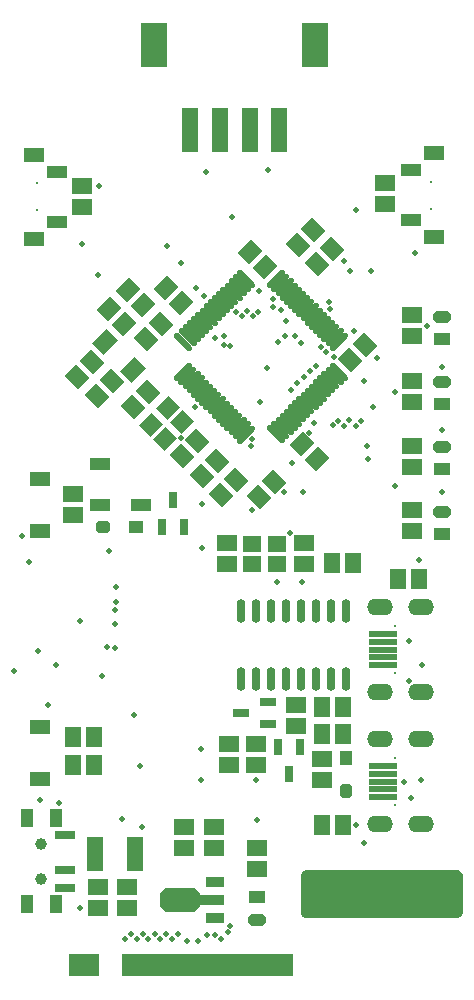
<source format=gts>
G04*
G04 #@! TF.GenerationSoftware,Altium Limited,Altium Designer,21.2.2 (38)*
G04*
G04 Layer_Color=8388736*
%FSLAX24Y24*%
%MOIN*%
G70*
G04*
G04 #@! TF.SameCoordinates,13F91C56-90A4-4746-9D45-15C4089C9FE9*
G04*
G04*
G04 #@! TF.FilePolarity,Negative*
G04*
G01*
G75*
%ADD56R,0.0218X0.0760*%
%ADD57R,0.1010X0.0760*%
%ADD58R,0.0395X0.0631*%
%ADD59R,0.0671X0.0316*%
%ADD60R,0.0926X0.0230*%
%ADD61R,0.0671X0.0513*%
%ADD62R,0.0671X0.0395*%
%ADD63R,0.0580X0.1130*%
%ADD64R,0.0659X0.0537*%
%ADD65R,0.0710X0.0493*%
%ADD66R,0.0537X0.0659*%
%ADD67R,0.0631X0.0336*%
G04:AMPARAMS|DCode=68|XSize=82.8mil|YSize=134mil|CornerRadius=0mil|HoleSize=0mil|Usage=FLASHONLY|Rotation=270.000|XOffset=0mil|YOffset=0mil|HoleType=Round|Shape=Octagon|*
%AMOCTAGOND68*
4,1,8,0.0670,0.0207,0.0670,-0.0207,0.0463,-0.0414,-0.0463,-0.0414,-0.0670,-0.0207,-0.0670,0.0207,-0.0463,0.0414,0.0463,0.0414,0.0670,0.0207,0.0*
%
%ADD68OCTAGOND68*%

%ADD69R,0.0907X0.0336*%
%ADD70R,0.0580X0.0430*%
G04:AMPARAMS|DCode=71|XSize=58mil|YSize=43mil|CornerRadius=0mil|HoleSize=0mil|Usage=FLASHONLY|Rotation=0.000|XOffset=0mil|YOffset=0mil|HoleType=Round|Shape=Octagon|*
%AMOCTAGOND71*
4,1,8,0.0290,-0.0108,0.0290,0.0108,0.0183,0.0215,-0.0183,0.0215,-0.0290,0.0108,-0.0290,-0.0108,-0.0183,-0.0215,0.0183,-0.0215,0.0290,-0.0108,0.0*
%
%ADD71OCTAGOND71*%

G04:AMPARAMS|DCode=72|XSize=47.4mil|YSize=39.5mil|CornerRadius=0mil|HoleSize=0mil|Usage=FLASHONLY|Rotation=180.000|XOffset=0mil|YOffset=0mil|HoleType=Round|Shape=Octagon|*
%AMOCTAGOND72*
4,1,8,-0.0237,0.0099,-0.0237,-0.0099,-0.0138,-0.0197,0.0138,-0.0197,0.0237,-0.0099,0.0237,0.0099,0.0138,0.0197,-0.0138,0.0197,-0.0237,0.0099,0.0*
%
%ADD72OCTAGOND72*%

%ADD73R,0.0474X0.0395*%
%ADD74R,0.0671X0.0395*%
%ADD75R,0.0277X0.0552*%
%ADD76R,0.0552X0.0277*%
%ADD77O,0.0297X0.0789*%
%ADD78R,0.0592X0.0552*%
G04:AMPARAMS|DCode=79|XSize=53.7mil|YSize=65.9mil|CornerRadius=0mil|HoleSize=0mil|Usage=FLASHONLY|Rotation=45.000|XOffset=0mil|YOffset=0mil|HoleType=Round|Shape=Rectangle|*
%AMROTATEDRECTD79*
4,1,4,0.0043,-0.0423,-0.0423,0.0043,-0.0043,0.0423,0.0423,-0.0043,0.0043,-0.0423,0.0*
%
%ADD79ROTATEDRECTD79*%

G04:AMPARAMS|DCode=80|XSize=47.4mil|YSize=39.5mil|CornerRadius=0mil|HoleSize=0mil|Usage=FLASHONLY|Rotation=270.000|XOffset=0mil|YOffset=0mil|HoleType=Round|Shape=Octagon|*
%AMOCTAGOND80*
4,1,8,-0.0099,-0.0237,0.0099,-0.0237,0.0197,-0.0138,0.0197,0.0138,0.0099,0.0237,-0.0099,0.0237,-0.0197,0.0138,-0.0197,-0.0138,-0.0099,-0.0237,0.0*
%
%ADD80OCTAGOND80*%

%ADD81R,0.0395X0.0474*%
G04:AMPARAMS|DCode=82|XSize=53.7mil|YSize=65.9mil|CornerRadius=0mil|HoleSize=0mil|Usage=FLASHONLY|Rotation=135.000|XOffset=0mil|YOffset=0mil|HoleType=Round|Shape=Rectangle|*
%AMROTATEDRECTD82*
4,1,4,0.0423,0.0043,-0.0043,-0.0423,-0.0423,-0.0043,0.0043,0.0423,0.0423,0.0043,0.0*
%
%ADD82ROTATEDRECTD82*%

G04:AMPARAMS|DCode=83|XSize=59.2mil|YSize=55.2mil|CornerRadius=0mil|HoleSize=0mil|Usage=FLASHONLY|Rotation=45.000|XOffset=0mil|YOffset=0mil|HoleType=Round|Shape=Rectangle|*
%AMROTATEDRECTD83*
4,1,4,-0.0014,-0.0405,-0.0405,-0.0014,0.0014,0.0405,0.0405,0.0014,-0.0014,-0.0405,0.0*
%
%ADD83ROTATEDRECTD83*%

G04:AMPARAMS|DCode=84|XSize=55.2mil|YSize=67.1mil|CornerRadius=0mil|HoleSize=0mil|Usage=FLASHONLY|Rotation=135.000|XOffset=0mil|YOffset=0mil|HoleType=Round|Shape=Rectangle|*
%AMROTATEDRECTD84*
4,1,4,0.0432,0.0042,-0.0042,-0.0432,-0.0432,-0.0042,0.0042,0.0432,0.0432,0.0042,0.0*
%
%ADD84ROTATEDRECTD84*%

G04:AMPARAMS|DCode=85|XSize=19.8mil|YSize=78.9mil|CornerRadius=0mil|HoleSize=0mil|Usage=FLASHONLY|Rotation=45.000|XOffset=0mil|YOffset=0mil|HoleType=Round|Shape=Round|*
%AMOVALD85*
21,1,0.0591,0.0198,0.0000,0.0000,135.0*
1,1,0.0198,0.0209,-0.0209*
1,1,0.0198,-0.0209,0.0209*
%
%ADD85OVALD85*%

G04:AMPARAMS|DCode=86|XSize=19.8mil|YSize=78.9mil|CornerRadius=0mil|HoleSize=0mil|Usage=FLASHONLY|Rotation=135.000|XOffset=0mil|YOffset=0mil|HoleType=Round|Shape=Round|*
%AMOVALD86*
21,1,0.0591,0.0198,0.0000,0.0000,225.0*
1,1,0.0198,0.0209,0.0209*
1,1,0.0198,-0.0209,-0.0209*
%
%ADD86OVALD86*%

%ADD87R,0.0867X0.1458*%
%ADD88R,0.0552X0.1458*%
%ADD89C,0.0395*%
%ADD90O,0.0867X0.0552*%
%ADD91C,0.0080*%
%ADD92C,0.0198*%
G36*
X10250Y-150D02*
Y1050D01*
X10250Y1090D01*
X10280Y1163D01*
X10337Y1220D01*
X10410Y1250D01*
X10450Y1250D01*
X10450Y1250D01*
X15450D01*
X15490D01*
X15563Y1220D01*
X15620Y1163D01*
X15650Y1090D01*
Y1050D01*
D01*
Y-150D01*
Y-190D01*
X15620Y-263D01*
X15563Y-320D01*
X15490Y-350D01*
X15450D01*
D01*
X10450D01*
X10410D01*
X10337Y-320D01*
X10280Y-263D01*
X10250Y-190D01*
Y-150D01*
D01*
D02*
G37*
D56*
X8530Y-1900D02*
D03*
X8720D02*
D03*
X8920D02*
D03*
X9120D02*
D03*
X9320D02*
D03*
X9510D02*
D03*
X9710D02*
D03*
X9900D02*
D03*
X6360D02*
D03*
X6560D02*
D03*
X6750D02*
D03*
X6950D02*
D03*
X7930D02*
D03*
X6160D02*
D03*
X5770D02*
D03*
X5180D02*
D03*
X4390D02*
D03*
X7740D02*
D03*
X7540D02*
D03*
X5570D02*
D03*
X4980D02*
D03*
X8330D02*
D03*
X7350D02*
D03*
X4780D02*
D03*
X8130D02*
D03*
X7150D02*
D03*
X5960D02*
D03*
X4590D02*
D03*
X5380D02*
D03*
D57*
X3014Y-1901D02*
D03*
D58*
X2092Y2987D02*
D03*
X1108D02*
D03*
Y113D02*
D03*
X2092D02*
D03*
D59*
X2386Y2436D02*
D03*
Y1255D02*
D03*
Y664D02*
D03*
D60*
X13006Y3691D02*
D03*
Y3947D02*
D03*
Y4203D02*
D03*
Y4459D02*
D03*
Y4714D02*
D03*
Y8856D02*
D03*
Y8600D02*
D03*
Y8344D02*
D03*
Y8088D02*
D03*
Y9112D02*
D03*
D61*
X1352Y25107D02*
D03*
Y22293D02*
D03*
X14698Y22343D02*
D03*
Y25157D02*
D03*
D62*
X2139Y24527D02*
D03*
Y22873D02*
D03*
X13911Y22923D02*
D03*
Y24577D02*
D03*
D63*
X4725Y1800D02*
D03*
X3375D02*
D03*
D64*
X3500Y700D02*
D03*
Y-0D02*
D03*
X4450Y700D02*
D03*
Y-0D02*
D03*
X6350Y1999D02*
D03*
Y2700D02*
D03*
X7350Y2000D02*
D03*
Y2700D02*
D03*
X8800Y1300D02*
D03*
Y2000D02*
D03*
X7850Y5451D02*
D03*
Y4750D02*
D03*
X8750Y4750D02*
D03*
Y5450D02*
D03*
X2650Y13800D02*
D03*
Y13100D02*
D03*
X7800Y11450D02*
D03*
Y12150D02*
D03*
X10950Y4250D02*
D03*
Y4951D02*
D03*
X10100Y6751D02*
D03*
Y6050D02*
D03*
X10350Y12150D02*
D03*
Y11450D02*
D03*
X13950Y12549D02*
D03*
Y13250D02*
D03*
Y14700D02*
D03*
Y15401D02*
D03*
X2950Y24050D02*
D03*
Y23350D02*
D03*
X13050Y23450D02*
D03*
Y24150D02*
D03*
X13950Y16850D02*
D03*
Y17550D02*
D03*
Y19049D02*
D03*
Y19750D02*
D03*
D65*
X1550Y4280D02*
D03*
Y6020D02*
D03*
Y14300D02*
D03*
Y12560D02*
D03*
D66*
X2649Y4750D02*
D03*
X3350D02*
D03*
X2650Y5700D02*
D03*
X3350D02*
D03*
X11650Y2750D02*
D03*
X10949D02*
D03*
X11650Y5800D02*
D03*
X10950D02*
D03*
X11650Y6700D02*
D03*
X10950D02*
D03*
X11300Y11500D02*
D03*
X12000D02*
D03*
X13500Y10950D02*
D03*
X14200D02*
D03*
D67*
X7400Y850D02*
D03*
Y-331D02*
D03*
D68*
X6231Y259D02*
D03*
D69*
X7271D02*
D03*
D70*
X8800Y350D02*
D03*
X14950Y12452D02*
D03*
Y14619D02*
D03*
Y16785D02*
D03*
Y18952D02*
D03*
D71*
X8800Y-398D02*
D03*
X14950Y13200D02*
D03*
Y15367D02*
D03*
Y17533D02*
D03*
Y19700D02*
D03*
D72*
X3648Y12700D02*
D03*
D73*
X4750D02*
D03*
D74*
X3550Y14800D02*
D03*
X4917Y13422D02*
D03*
X3550D02*
D03*
D75*
X5626Y12700D02*
D03*
X6000Y13600D02*
D03*
X6374Y12700D02*
D03*
X10224Y5350D02*
D03*
X9476D02*
D03*
X9850Y4450D02*
D03*
D76*
X9150Y6126D02*
D03*
X8250Y6500D02*
D03*
X9150Y6874D02*
D03*
D77*
X10250Y9900D02*
D03*
X9750D02*
D03*
X9250D02*
D03*
X8750D02*
D03*
X8250D02*
D03*
X11750Y7635D02*
D03*
X11250D02*
D03*
X10750D02*
D03*
X10250D02*
D03*
X9750D02*
D03*
X9250D02*
D03*
X8750D02*
D03*
X8250D02*
D03*
X11250Y9900D02*
D03*
X10750D02*
D03*
X11750D02*
D03*
D78*
X9463Y12135D02*
D03*
X8637Y11465D02*
D03*
Y12135D02*
D03*
X9463Y11465D02*
D03*
D79*
X7448Y14898D02*
D03*
X6952Y14402D02*
D03*
X8100Y14250D02*
D03*
X7604Y13754D02*
D03*
X8852Y13702D02*
D03*
X9348Y14198D02*
D03*
X3295Y18195D02*
D03*
X2800Y17700D02*
D03*
X3945Y17545D02*
D03*
X3450Y17050D02*
D03*
X5148Y17198D02*
D03*
X4652Y16702D02*
D03*
X5102Y18952D02*
D03*
X5598Y19448D02*
D03*
X6302Y15052D02*
D03*
X6798Y15548D02*
D03*
X11902Y18252D02*
D03*
X12398Y18748D02*
D03*
X10648Y22598D02*
D03*
X10152Y22102D02*
D03*
X11296Y21946D02*
D03*
X10800Y21450D02*
D03*
D80*
X11750Y3900D02*
D03*
D81*
Y5002D02*
D03*
D82*
X10300Y15450D02*
D03*
X10796Y14954D02*
D03*
X4346Y19454D02*
D03*
X3850Y19950D02*
D03*
X5000Y20100D02*
D03*
X4504Y20596D02*
D03*
X6248Y20152D02*
D03*
X5752Y20648D02*
D03*
X9050Y21350D02*
D03*
X8554Y21846D02*
D03*
D83*
X5827Y16673D02*
D03*
X5715Y15615D02*
D03*
X5242Y16089D02*
D03*
X6300Y16200D02*
D03*
D84*
X3738Y18857D02*
D03*
X4657Y17938D02*
D03*
D85*
X6340Y18870D02*
D03*
X6618Y19148D02*
D03*
X6757Y19287D02*
D03*
X6896Y19427D02*
D03*
X7036Y19566D02*
D03*
X7175Y19705D02*
D03*
X7314Y19844D02*
D03*
X7453Y19983D02*
D03*
X7592Y20123D02*
D03*
X7732Y20262D02*
D03*
X7871Y20401D02*
D03*
X8010Y20540D02*
D03*
X8149Y20679D02*
D03*
X8288Y20819D02*
D03*
X8427Y20958D02*
D03*
X11518Y17868D02*
D03*
X11239Y17589D02*
D03*
X11100Y17450D02*
D03*
X10961Y17311D02*
D03*
X10822Y17172D02*
D03*
X10682Y17032D02*
D03*
X10543Y16893D02*
D03*
X10404Y16754D02*
D03*
X10265Y16615D02*
D03*
X10126Y16476D02*
D03*
X9986Y16336D02*
D03*
X9847Y16197D02*
D03*
X9708Y16058D02*
D03*
X9430Y15780D02*
D03*
X6479Y19009D02*
D03*
X9569Y15919D02*
D03*
X11378Y17728D02*
D03*
D86*
X9430Y20958D02*
D03*
X9708Y20679D02*
D03*
X9847Y20540D02*
D03*
X9986Y20401D02*
D03*
X10126Y20262D02*
D03*
X10265Y20123D02*
D03*
X10404Y19983D02*
D03*
X10543Y19844D02*
D03*
X10682Y19705D02*
D03*
X10822Y19566D02*
D03*
X10961Y19427D02*
D03*
X11100Y19287D02*
D03*
X11239Y19148D02*
D03*
X11378Y19009D02*
D03*
X11518Y18870D02*
D03*
X8420Y15773D02*
D03*
X8281Y15912D02*
D03*
X8142Y16051D02*
D03*
X8003Y16190D02*
D03*
X7724Y16469D02*
D03*
X7585Y16608D02*
D03*
X7446Y16747D02*
D03*
X7307Y16886D02*
D03*
X7168Y17025D02*
D03*
X7028Y17165D02*
D03*
X6889Y17304D02*
D03*
X6750Y17443D02*
D03*
X6611Y17582D02*
D03*
X6472Y17721D02*
D03*
X6332Y17861D02*
D03*
X7864Y16329D02*
D03*
X9569Y20819D02*
D03*
D87*
X5362Y28746D02*
D03*
X10738D02*
D03*
D88*
X9526Y25939D02*
D03*
X6574D02*
D03*
X7558D02*
D03*
X8542D02*
D03*
D89*
X1600Y2141D02*
D03*
Y959D02*
D03*
D90*
X12884Y2785D02*
D03*
Y5620D02*
D03*
X14250D02*
D03*
Y2785D02*
D03*
Y7183D02*
D03*
Y10017D02*
D03*
X12884D02*
D03*
Y7183D02*
D03*
D91*
X13396Y3415D02*
D03*
Y4990D02*
D03*
Y9387D02*
D03*
Y7813D02*
D03*
X1450Y23247D02*
D03*
Y24153D02*
D03*
X14600Y24203D02*
D03*
Y23297D02*
D03*
D92*
X9160Y24600D02*
D03*
X7100Y24530D02*
D03*
X2962Y22111D02*
D03*
X5795Y22055D02*
D03*
X6741Y16684D02*
D03*
X8619Y15621D02*
D03*
X7020Y20380D02*
D03*
X4942Y2708D02*
D03*
X6814Y-1099D02*
D03*
X6455Y-1119D02*
D03*
X4059Y8651D02*
D03*
X3804Y8696D02*
D03*
X7699Y19042D02*
D03*
X7390Y18989D02*
D03*
X8880Y16851D02*
D03*
X12797Y18339D02*
D03*
X13400Y17200D02*
D03*
X13400Y14060D02*
D03*
X11107Y18529D02*
D03*
X10119Y17485D02*
D03*
X9912Y17268D02*
D03*
X10556Y17877D02*
D03*
X10770Y18070D02*
D03*
X12485Y14974D02*
D03*
X10257Y18834D02*
D03*
X10050Y19050D02*
D03*
X9738Y19056D02*
D03*
X9752Y19544D02*
D03*
X9339Y20011D02*
D03*
X9500Y18850D02*
D03*
X10917Y18695D02*
D03*
X9600Y19909D02*
D03*
X8864Y20549D02*
D03*
X9323Y20292D02*
D03*
X7404Y-914D02*
D03*
X7603Y-1044D02*
D03*
X6916Y5300D02*
D03*
Y4250D02*
D03*
X7115Y-921D02*
D03*
X8583Y15384D02*
D03*
X8630Y13269D02*
D03*
X7821Y-818D02*
D03*
X7901Y-594D02*
D03*
X5572Y-1037D02*
D03*
X5171Y-1036D02*
D03*
X4380Y-1035D02*
D03*
X4784D02*
D03*
X5962Y-1032D02*
D03*
X4976Y-889D02*
D03*
X700Y7900D02*
D03*
X958Y12378D02*
D03*
X1207Y11517D02*
D03*
X1500Y8550D02*
D03*
X1559Y3584D02*
D03*
X1821Y6742D02*
D03*
X2077Y8101D02*
D03*
X2200Y3500D02*
D03*
X2882Y-11D02*
D03*
X2900Y9550D02*
D03*
X3633Y7739D02*
D03*
X3850Y11900D02*
D03*
X4058Y9913D02*
D03*
X4060Y9473D02*
D03*
X4080Y10185D02*
D03*
X4090Y10696D02*
D03*
X4300Y2950D02*
D03*
X4591Y-884D02*
D03*
X4675Y6438D02*
D03*
X4900Y4739D02*
D03*
X5380Y-889D02*
D03*
X5761Y-873D02*
D03*
X6149Y-888D02*
D03*
X8785Y2914D02*
D03*
X12103Y2748D02*
D03*
X12350Y2150D02*
D03*
X13680Y4207D02*
D03*
X13940Y3673D02*
D03*
X6950Y12000D02*
D03*
X8768Y4257D02*
D03*
X9450Y10850D02*
D03*
X9904Y12499D02*
D03*
X10300Y10848D02*
D03*
X13850Y7550D02*
D03*
Y8875D02*
D03*
X14200Y11600D02*
D03*
X14259Y4261D02*
D03*
X14288Y8088D02*
D03*
X6950Y13450D02*
D03*
X9700Y13850D02*
D03*
X6260Y15643D02*
D03*
X9108Y17995D02*
D03*
X7903Y18715D02*
D03*
X7685Y18756D02*
D03*
X3500Y21100D02*
D03*
X3511Y24049D02*
D03*
X6250Y21500D02*
D03*
X6750Y20650D02*
D03*
X7971Y23039D02*
D03*
X8098Y19872D02*
D03*
X8278Y19723D02*
D03*
X8458Y19881D02*
D03*
X8642Y19714D02*
D03*
X8820Y19870D02*
D03*
X9972Y14828D02*
D03*
X10350Y17680D02*
D03*
X10340Y13856D02*
D03*
X10520Y15837D02*
D03*
X10700Y16165D02*
D03*
X11320Y16096D02*
D03*
X11351Y18346D02*
D03*
X11503Y16217D02*
D03*
X11688Y16044D02*
D03*
X11868Y16246D02*
D03*
X12021Y19229D02*
D03*
X12081Y16042D02*
D03*
X12271Y16237D02*
D03*
X12347Y17569D02*
D03*
X12451Y15398D02*
D03*
X12650Y16700D02*
D03*
X14450Y19400D02*
D03*
X14945Y18020D02*
D03*
X14948Y15917D02*
D03*
X14950Y13850D02*
D03*
X11200Y20200D02*
D03*
X11230Y19970D02*
D03*
X11676Y21574D02*
D03*
X11897Y21223D02*
D03*
X12100Y23250D02*
D03*
X12595Y21215D02*
D03*
X14074Y21838D02*
D03*
M02*

</source>
